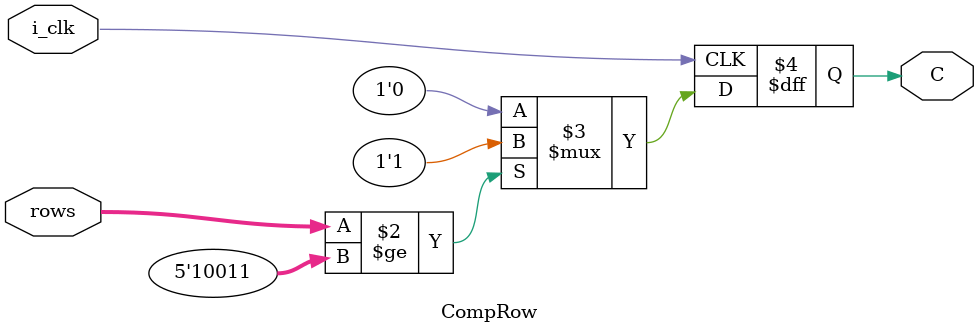
<source format=v>
module CompRow(i_clk,rows, C);
  input wire i_clk;
  input wire [4:0]rows;
  output reg C;
 
  always@(posedge i_clk) begin
    C = (rows>=5'b10011) ? 1'b1 : 1'b0;
  end
  
endmodule

</source>
